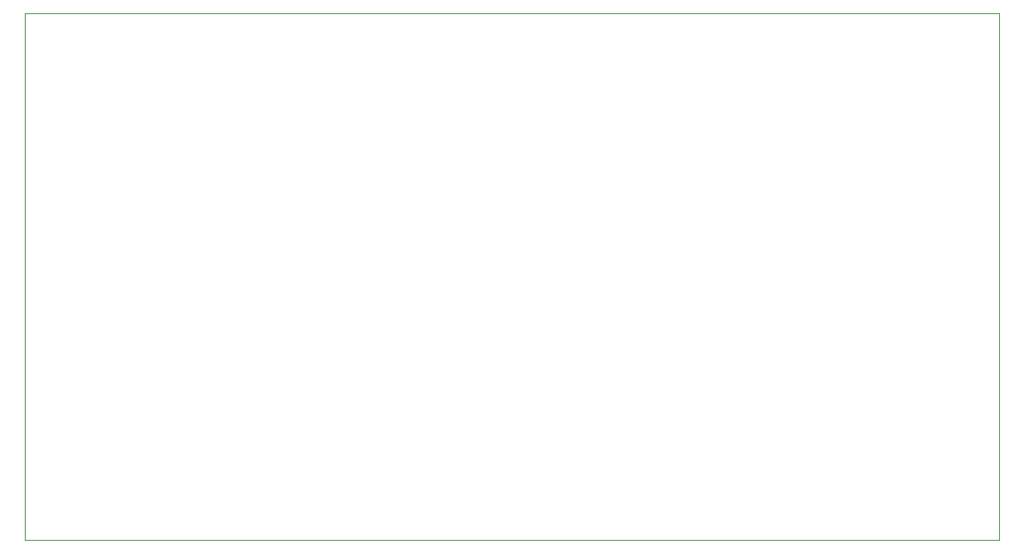
<source format=gbr>
%TF.GenerationSoftware,KiCad,Pcbnew,7.0.2*%
%TF.CreationDate,2023-07-18T21:54:39+02:00*%
%TF.ProjectId,RocciShield,526f6363-6953-4686-9965-6c642e6b6963,rev?*%
%TF.SameCoordinates,Original*%
%TF.FileFunction,Profile,NP*%
%FSLAX46Y46*%
G04 Gerber Fmt 4.6, Leading zero omitted, Abs format (unit mm)*
G04 Created by KiCad (PCBNEW 7.0.2) date 2023-07-18 21:54:39*
%MOMM*%
%LPD*%
G01*
G04 APERTURE LIST*
%TA.AperFunction,Profile*%
%ADD10C,0.100000*%
%TD*%
G04 APERTURE END LIST*
D10*
X119634000Y-77470000D02*
X119634000Y-131318000D01*
X219202000Y-131318000D02*
X219202000Y-77470000D01*
X219202000Y-77470000D02*
X119634000Y-77470000D01*
X119634000Y-131318000D02*
X219202000Y-131318000D01*
M02*

</source>
